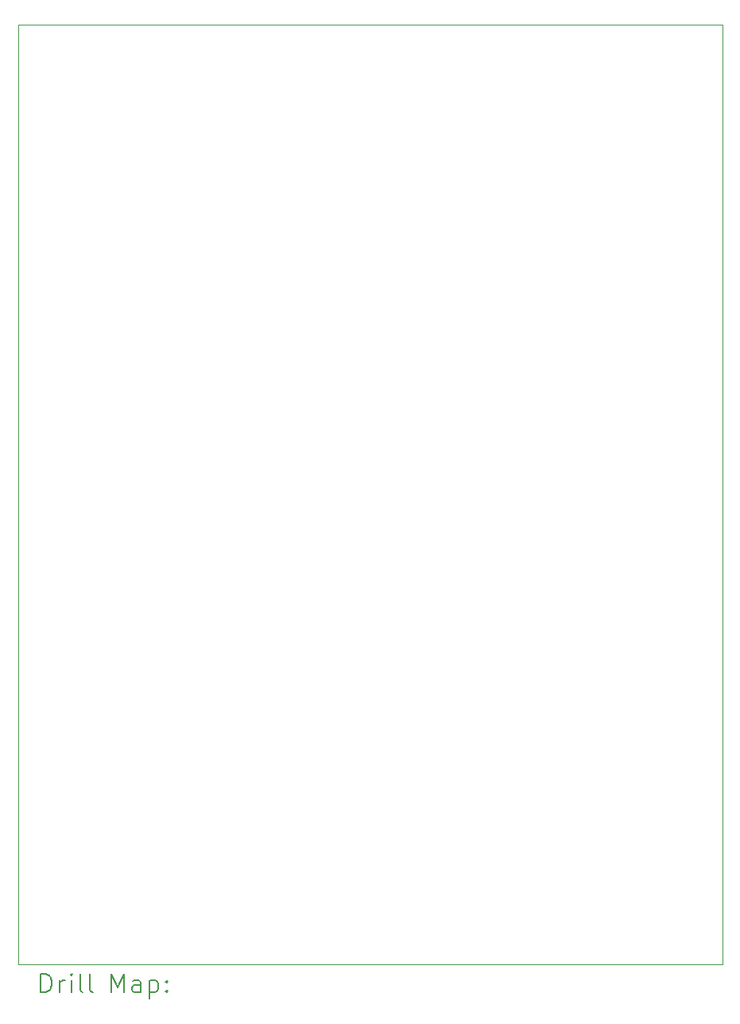
<source format=gbr>
%TF.GenerationSoftware,KiCad,Pcbnew,(7.0.0)*%
%TF.CreationDate,2023-06-01T06:11:30-06:00*%
%TF.ProjectId,Phase_D_STM32_v1,50686173-655f-4445-9f53-544d33325f76,rev?*%
%TF.SameCoordinates,Original*%
%TF.FileFunction,Drillmap*%
%TF.FilePolarity,Positive*%
%FSLAX45Y45*%
G04 Gerber Fmt 4.5, Leading zero omitted, Abs format (unit mm)*
G04 Created by KiCad (PCBNEW (7.0.0)) date 2023-06-01 06:11:30*
%MOMM*%
%LPD*%
G01*
G04 APERTURE LIST*
%ADD10C,0.100000*%
%ADD11C,0.200000*%
G04 APERTURE END LIST*
D10*
X19005000Y-4219000D02*
X26505000Y-4219000D01*
X26505000Y-4219000D02*
X26505000Y-14219000D01*
X26505000Y-14219000D02*
X19005000Y-14219000D01*
X19005000Y-14219000D02*
X19005000Y-4219000D01*
D11*
X19247619Y-14517476D02*
X19247619Y-14317476D01*
X19247619Y-14317476D02*
X19295238Y-14317476D01*
X19295238Y-14317476D02*
X19323810Y-14327000D01*
X19323810Y-14327000D02*
X19342857Y-14346048D01*
X19342857Y-14346048D02*
X19352381Y-14365095D01*
X19352381Y-14365095D02*
X19361905Y-14403190D01*
X19361905Y-14403190D02*
X19361905Y-14431762D01*
X19361905Y-14431762D02*
X19352381Y-14469857D01*
X19352381Y-14469857D02*
X19342857Y-14488905D01*
X19342857Y-14488905D02*
X19323810Y-14507952D01*
X19323810Y-14507952D02*
X19295238Y-14517476D01*
X19295238Y-14517476D02*
X19247619Y-14517476D01*
X19447619Y-14517476D02*
X19447619Y-14384143D01*
X19447619Y-14422238D02*
X19457143Y-14403190D01*
X19457143Y-14403190D02*
X19466667Y-14393667D01*
X19466667Y-14393667D02*
X19485714Y-14384143D01*
X19485714Y-14384143D02*
X19504762Y-14384143D01*
X19571429Y-14517476D02*
X19571429Y-14384143D01*
X19571429Y-14317476D02*
X19561905Y-14327000D01*
X19561905Y-14327000D02*
X19571429Y-14336524D01*
X19571429Y-14336524D02*
X19580952Y-14327000D01*
X19580952Y-14327000D02*
X19571429Y-14317476D01*
X19571429Y-14317476D02*
X19571429Y-14336524D01*
X19695238Y-14517476D02*
X19676190Y-14507952D01*
X19676190Y-14507952D02*
X19666667Y-14488905D01*
X19666667Y-14488905D02*
X19666667Y-14317476D01*
X19800000Y-14517476D02*
X19780952Y-14507952D01*
X19780952Y-14507952D02*
X19771429Y-14488905D01*
X19771429Y-14488905D02*
X19771429Y-14317476D01*
X19996190Y-14517476D02*
X19996190Y-14317476D01*
X19996190Y-14317476D02*
X20062857Y-14460333D01*
X20062857Y-14460333D02*
X20129524Y-14317476D01*
X20129524Y-14317476D02*
X20129524Y-14517476D01*
X20310476Y-14517476D02*
X20310476Y-14412714D01*
X20310476Y-14412714D02*
X20300952Y-14393667D01*
X20300952Y-14393667D02*
X20281905Y-14384143D01*
X20281905Y-14384143D02*
X20243809Y-14384143D01*
X20243809Y-14384143D02*
X20224762Y-14393667D01*
X20310476Y-14507952D02*
X20291429Y-14517476D01*
X20291429Y-14517476D02*
X20243809Y-14517476D01*
X20243809Y-14517476D02*
X20224762Y-14507952D01*
X20224762Y-14507952D02*
X20215238Y-14488905D01*
X20215238Y-14488905D02*
X20215238Y-14469857D01*
X20215238Y-14469857D02*
X20224762Y-14450809D01*
X20224762Y-14450809D02*
X20243809Y-14441286D01*
X20243809Y-14441286D02*
X20291429Y-14441286D01*
X20291429Y-14441286D02*
X20310476Y-14431762D01*
X20405714Y-14384143D02*
X20405714Y-14584143D01*
X20405714Y-14393667D02*
X20424762Y-14384143D01*
X20424762Y-14384143D02*
X20462857Y-14384143D01*
X20462857Y-14384143D02*
X20481905Y-14393667D01*
X20481905Y-14393667D02*
X20491429Y-14403190D01*
X20491429Y-14403190D02*
X20500952Y-14422238D01*
X20500952Y-14422238D02*
X20500952Y-14479381D01*
X20500952Y-14479381D02*
X20491429Y-14498428D01*
X20491429Y-14498428D02*
X20481905Y-14507952D01*
X20481905Y-14507952D02*
X20462857Y-14517476D01*
X20462857Y-14517476D02*
X20424762Y-14517476D01*
X20424762Y-14517476D02*
X20405714Y-14507952D01*
X20586667Y-14498428D02*
X20596190Y-14507952D01*
X20596190Y-14507952D02*
X20586667Y-14517476D01*
X20586667Y-14517476D02*
X20577143Y-14507952D01*
X20577143Y-14507952D02*
X20586667Y-14498428D01*
X20586667Y-14498428D02*
X20586667Y-14517476D01*
X20586667Y-14393667D02*
X20596190Y-14403190D01*
X20596190Y-14403190D02*
X20586667Y-14412714D01*
X20586667Y-14412714D02*
X20577143Y-14403190D01*
X20577143Y-14403190D02*
X20586667Y-14393667D01*
X20586667Y-14393667D02*
X20586667Y-14412714D01*
M02*

</source>
